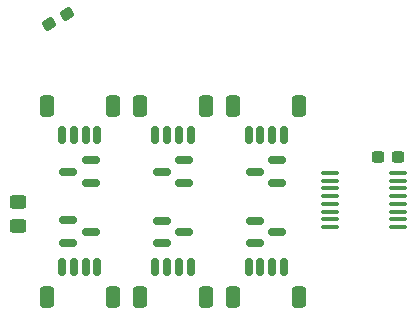
<source format=gbr>
%TF.GenerationSoftware,KiCad,Pcbnew,7.0.5*%
%TF.CreationDate,2024-01-17T23:09:27-05:00*%
%TF.ProjectId,BURNING_R,4255524e-494e-4475-9f52-2e6b69636164,rev?*%
%TF.SameCoordinates,Original*%
%TF.FileFunction,Paste,Top*%
%TF.FilePolarity,Positive*%
%FSLAX46Y46*%
G04 Gerber Fmt 4.6, Leading zero omitted, Abs format (unit mm)*
G04 Created by KiCad (PCBNEW 7.0.5) date 2024-01-17 23:09:27*
%MOMM*%
%LPD*%
G01*
G04 APERTURE LIST*
G04 Aperture macros list*
%AMRoundRect*
0 Rectangle with rounded corners*
0 $1 Rounding radius*
0 $2 $3 $4 $5 $6 $7 $8 $9 X,Y pos of 4 corners*
0 Add a 4 corners polygon primitive as box body*
4,1,4,$2,$3,$4,$5,$6,$7,$8,$9,$2,$3,0*
0 Add four circle primitives for the rounded corners*
1,1,$1+$1,$2,$3*
1,1,$1+$1,$4,$5*
1,1,$1+$1,$6,$7*
1,1,$1+$1,$8,$9*
0 Add four rect primitives between the rounded corners*
20,1,$1+$1,$2,$3,$4,$5,0*
20,1,$1+$1,$4,$5,$6,$7,0*
20,1,$1+$1,$6,$7,$8,$9,0*
20,1,$1+$1,$8,$9,$2,$3,0*%
G04 Aperture macros list end*
%ADD10RoundRect,0.150000X0.587500X0.150000X-0.587500X0.150000X-0.587500X-0.150000X0.587500X-0.150000X0*%
%ADD11RoundRect,0.150000X0.150000X0.625000X-0.150000X0.625000X-0.150000X-0.625000X0.150000X-0.625000X0*%
%ADD12RoundRect,0.250000X0.350000X0.650000X-0.350000X0.650000X-0.350000X-0.650000X0.350000X-0.650000X0*%
%ADD13RoundRect,0.237500X0.300000X0.237500X-0.300000X0.237500X-0.300000X-0.237500X0.300000X-0.237500X0*%
%ADD14RoundRect,0.150000X-0.587500X-0.150000X0.587500X-0.150000X0.587500X0.150000X-0.587500X0.150000X0*%
%ADD15RoundRect,0.237500X-0.130232X-0.349431X0.367732X-0.061931X0.130232X0.349431X-0.367732X0.061931X0*%
%ADD16RoundRect,0.250000X-0.450000X0.325000X-0.450000X-0.325000X0.450000X-0.325000X0.450000X0.325000X0*%
%ADD17RoundRect,0.150000X-0.150000X-0.625000X0.150000X-0.625000X0.150000X0.625000X-0.150000X0.625000X0*%
%ADD18RoundRect,0.250000X-0.350000X-0.650000X0.350000X-0.650000X0.350000X0.650000X-0.350000X0.650000X0*%
%ADD19RoundRect,0.100000X-0.637500X-0.100000X0.637500X-0.100000X0.637500X0.100000X-0.637500X0.100000X0*%
G04 APERTURE END LIST*
D10*
%TO.C,Q5*%
X149085000Y-98648621D03*
X149085000Y-96748621D03*
X147210000Y-97698621D03*
%TD*%
D11*
%TO.C,J3*%
X141760000Y-105773621D03*
X140760000Y-105773621D03*
X139760000Y-105773621D03*
X138760000Y-105773621D03*
D12*
X143060000Y-108298621D03*
X137460000Y-108298621D03*
%TD*%
D13*
%TO.C,C2*%
X167222500Y-96498621D03*
X165497500Y-96498621D03*
%TD*%
D14*
%TO.C,Q3*%
X155102500Y-101848621D03*
X155102500Y-103748621D03*
X156977500Y-102798621D03*
%TD*%
D15*
%TO.C,D1*%
X137692228Y-85216121D03*
X139207772Y-84341121D03*
%TD*%
D10*
%TO.C,Q4*%
X141187500Y-98648621D03*
X141187500Y-96748621D03*
X139312500Y-97698621D03*
%TD*%
D11*
%TO.C,J5*%
X157560000Y-105773621D03*
X156560000Y-105773621D03*
X155560000Y-105773621D03*
X154560000Y-105773621D03*
D12*
X158860000Y-108298621D03*
X153260000Y-108298621D03*
%TD*%
D16*
%TO.C,C3*%
X135060000Y-100273621D03*
X135060000Y-102323621D03*
%TD*%
D17*
%TO.C,J8*%
X154560000Y-94623621D03*
X155560000Y-94623621D03*
X156560000Y-94623621D03*
X157560000Y-94623621D03*
D18*
X153260000Y-92098621D03*
X158860000Y-92098621D03*
%TD*%
D17*
%TO.C,J6*%
X138760000Y-94623621D03*
X139760000Y-94623621D03*
X140760000Y-94623621D03*
X141760000Y-94623621D03*
D18*
X137460000Y-92098621D03*
X143060000Y-92098621D03*
%TD*%
D14*
%TO.C,Q1*%
X139312500Y-101828621D03*
X139312500Y-103728621D03*
X141187500Y-102778621D03*
%TD*%
D19*
%TO.C,U1*%
X161497500Y-97823621D03*
X161497500Y-98473621D03*
X161497500Y-99123621D03*
X161497500Y-99773621D03*
X161497500Y-100423621D03*
X161497500Y-101073621D03*
X161497500Y-101723621D03*
X161497500Y-102373621D03*
X167222500Y-102373621D03*
X167222500Y-101723621D03*
X167222500Y-101073621D03*
X167222500Y-100423621D03*
X167222500Y-99773621D03*
X167222500Y-99123621D03*
X167222500Y-98473621D03*
X167222500Y-97823621D03*
%TD*%
D10*
%TO.C,Q6*%
X156977500Y-98648621D03*
X156977500Y-96748621D03*
X155102500Y-97698621D03*
%TD*%
D11*
%TO.C,J4*%
X149660000Y-105773621D03*
X148660000Y-105773621D03*
X147660000Y-105773621D03*
X146660000Y-105773621D03*
D12*
X150960000Y-108298621D03*
X145360000Y-108298621D03*
%TD*%
D17*
%TO.C,J7*%
X146660000Y-94623621D03*
X147660000Y-94623621D03*
X148660000Y-94623621D03*
X149660000Y-94623621D03*
D18*
X145360000Y-92098621D03*
X150960000Y-92098621D03*
%TD*%
D14*
%TO.C,Q2*%
X147210000Y-101848621D03*
X147210000Y-103748621D03*
X149085000Y-102798621D03*
%TD*%
M02*

</source>
